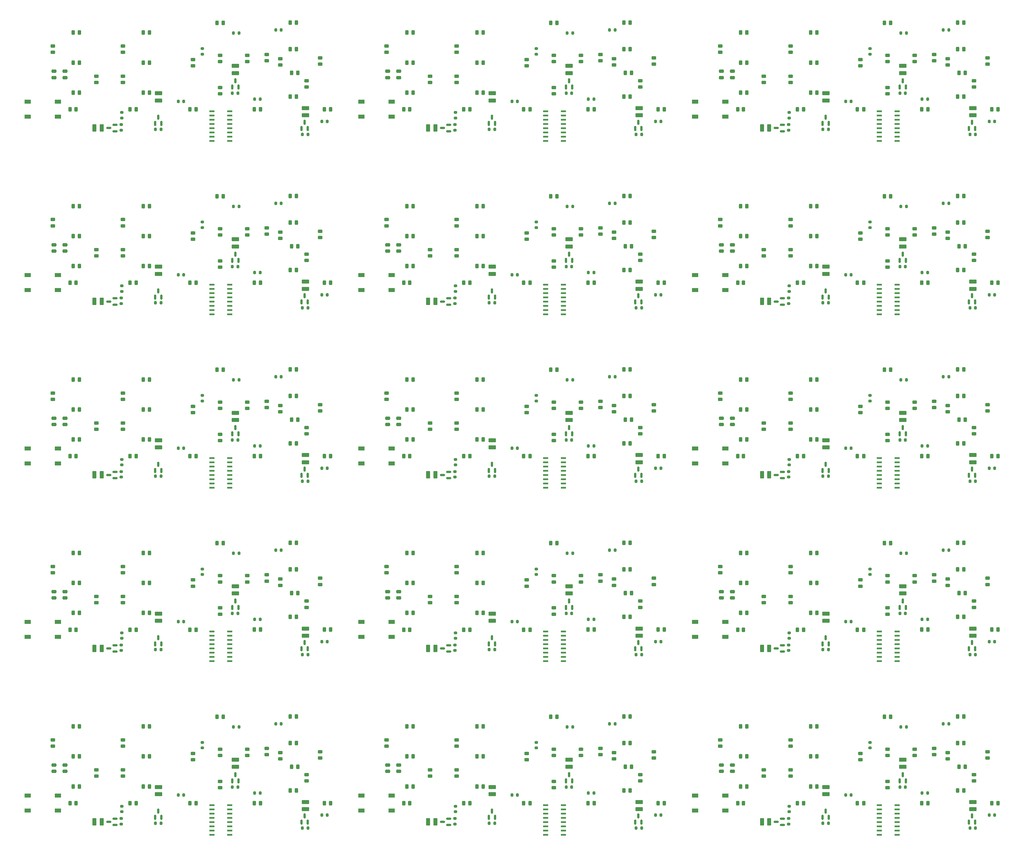
<source format=gtp>
%TF.GenerationSoftware,KiCad,Pcbnew,7.0.1-3b83917a11~171~ubuntu20.04.1*%
%TF.CreationDate,2023-10-26T02:31:41+02:00*%
%TF.ProjectId,panel_bottom,70616e65-6c5f-4626-9f74-746f6d2e6b69,rev?*%
%TF.SameCoordinates,Original*%
%TF.FileFunction,Paste,Top*%
%TF.FilePolarity,Positive*%
%FSLAX46Y46*%
G04 Gerber Fmt 4.6, Leading zero omitted, Abs format (unit mm)*
G04 Created by KiCad (PCBNEW 7.0.1-3b83917a11~171~ubuntu20.04.1) date 2023-10-26 02:31:41*
%MOMM*%
%LPD*%
G01*
G04 APERTURE LIST*
G04 Aperture macros list*
%AMRoundRect*
0 Rectangle with rounded corners*
0 $1 Rounding radius*
0 $2 $3 $4 $5 $6 $7 $8 $9 X,Y pos of 4 corners*
0 Add a 4 corners polygon primitive as box body*
4,1,4,$2,$3,$4,$5,$6,$7,$8,$9,$2,$3,0*
0 Add four circle primitives for the rounded corners*
1,1,$1+$1,$2,$3*
1,1,$1+$1,$4,$5*
1,1,$1+$1,$6,$7*
1,1,$1+$1,$8,$9*
0 Add four rect primitives between the rounded corners*
20,1,$1+$1,$2,$3,$4,$5,0*
20,1,$1+$1,$4,$5,$6,$7,0*
20,1,$1+$1,$6,$7,$8,$9,0*
20,1,$1+$1,$8,$9,$2,$3,0*%
G04 Aperture macros list end*
%ADD10RoundRect,0.243750X0.456250X-0.243750X0.456250X0.243750X-0.456250X0.243750X-0.456250X-0.243750X0*%
%ADD11RoundRect,0.250000X0.850000X-0.375000X0.850000X0.375000X-0.850000X0.375000X-0.850000X-0.375000X0*%
%ADD12RoundRect,0.243750X-0.243750X-0.456250X0.243750X-0.456250X0.243750X0.456250X-0.243750X0.456250X0*%
%ADD13RoundRect,0.150000X0.150000X-0.587500X0.150000X0.587500X-0.150000X0.587500X-0.150000X-0.587500X0*%
%ADD14RoundRect,0.243750X0.243750X0.456250X-0.243750X0.456250X-0.243750X-0.456250X0.243750X-0.456250X0*%
%ADD15RoundRect,0.243750X-0.456250X0.243750X-0.456250X-0.243750X0.456250X-0.243750X0.456250X0.243750X0*%
%ADD16RoundRect,0.200000X0.275000X-0.200000X0.275000X0.200000X-0.275000X0.200000X-0.275000X-0.200000X0*%
%ADD17RoundRect,0.200000X0.200000X0.275000X-0.200000X0.275000X-0.200000X-0.275000X0.200000X-0.275000X0*%
%ADD18RoundRect,0.250000X-0.475000X0.250000X-0.475000X-0.250000X0.475000X-0.250000X0.475000X0.250000X0*%
%ADD19R,1.900000X1.300000*%
%ADD20RoundRect,0.200000X-0.275000X0.200000X-0.275000X-0.200000X0.275000X-0.200000X0.275000X0.200000X0*%
%ADD21RoundRect,0.250000X0.375000X0.850000X-0.375000X0.850000X-0.375000X-0.850000X0.375000X-0.850000X0*%
%ADD22RoundRect,0.137500X-0.662500X-0.137500X0.662500X-0.137500X0.662500X0.137500X-0.662500X0.137500X0*%
%ADD23RoundRect,0.150000X0.587500X0.150000X-0.587500X0.150000X-0.587500X-0.150000X0.587500X-0.150000X0*%
%ADD24RoundRect,0.200000X-0.200000X-0.275000X0.200000X-0.275000X0.200000X0.275000X-0.200000X0.275000X0*%
G04 APERTURE END LIST*
D10*
%TO.C,D21*%
X60792000Y-42695500D03*
X60792000Y-40820500D03*
%TD*%
%TO.C,D21*%
X160792000Y-42695500D03*
X160792000Y-40820500D03*
%TD*%
%TO.C,D21*%
X260792000Y-42695500D03*
X260792000Y-40820500D03*
%TD*%
%TO.C,D21*%
X60792000Y-94695500D03*
X60792000Y-92820500D03*
%TD*%
%TO.C,D21*%
X160792000Y-94695500D03*
X160792000Y-92820500D03*
%TD*%
%TO.C,D21*%
X260792000Y-94695500D03*
X260792000Y-92820500D03*
%TD*%
%TO.C,D21*%
X60792000Y-146695500D03*
X60792000Y-144820500D03*
%TD*%
%TO.C,D21*%
X160792000Y-146695500D03*
X160792000Y-144820500D03*
%TD*%
%TO.C,D21*%
X260792000Y-146695500D03*
X260792000Y-144820500D03*
%TD*%
%TO.C,D21*%
X60792000Y-198695500D03*
X60792000Y-196820500D03*
%TD*%
%TO.C,D21*%
X160792000Y-198695500D03*
X160792000Y-196820500D03*
%TD*%
%TO.C,D21*%
X260792000Y-198695500D03*
X260792000Y-196820500D03*
%TD*%
%TO.C,D21*%
X60792000Y-250695500D03*
X60792000Y-248820500D03*
%TD*%
%TO.C,D21*%
X160792000Y-250695500D03*
X160792000Y-248820500D03*
%TD*%
%TO.C,D21*%
X260792000Y-250695500D03*
X260792000Y-248820500D03*
%TD*%
D11*
%TO.C,L2*%
X86354000Y-58811000D03*
X86354000Y-56661000D03*
%TD*%
%TO.C,L2*%
X186354000Y-58811000D03*
X186354000Y-56661000D03*
%TD*%
%TO.C,L2*%
X286354000Y-58811000D03*
X286354000Y-56661000D03*
%TD*%
%TO.C,L2*%
X86354000Y-110811000D03*
X86354000Y-108661000D03*
%TD*%
%TO.C,L2*%
X186354000Y-110811000D03*
X186354000Y-108661000D03*
%TD*%
%TO.C,L2*%
X286354000Y-110811000D03*
X286354000Y-108661000D03*
%TD*%
%TO.C,L2*%
X86354000Y-162811000D03*
X86354000Y-160661000D03*
%TD*%
%TO.C,L2*%
X186354000Y-162811000D03*
X186354000Y-160661000D03*
%TD*%
%TO.C,L2*%
X286354000Y-162811000D03*
X286354000Y-160661000D03*
%TD*%
%TO.C,L2*%
X86354000Y-214811000D03*
X86354000Y-212661000D03*
%TD*%
%TO.C,L2*%
X186354000Y-214811000D03*
X186354000Y-212661000D03*
%TD*%
%TO.C,L2*%
X286354000Y-214811000D03*
X286354000Y-212661000D03*
%TD*%
%TO.C,L2*%
X86354000Y-266811000D03*
X86354000Y-264661000D03*
%TD*%
%TO.C,L2*%
X186354000Y-266811000D03*
X186354000Y-264661000D03*
%TD*%
%TO.C,L2*%
X286354000Y-266811000D03*
X286354000Y-264661000D03*
%TD*%
D12*
%TO.C,D22*%
X92034000Y-56998000D03*
X93909000Y-56998000D03*
%TD*%
%TO.C,D22*%
X192034000Y-56998000D03*
X193909000Y-56998000D03*
%TD*%
%TO.C,D22*%
X292034000Y-56998000D03*
X293909000Y-56998000D03*
%TD*%
%TO.C,D22*%
X92034000Y-108998000D03*
X93909000Y-108998000D03*
%TD*%
%TO.C,D22*%
X192034000Y-108998000D03*
X193909000Y-108998000D03*
%TD*%
%TO.C,D22*%
X292034000Y-108998000D03*
X293909000Y-108998000D03*
%TD*%
%TO.C,D22*%
X92034000Y-160998000D03*
X93909000Y-160998000D03*
%TD*%
%TO.C,D22*%
X192034000Y-160998000D03*
X193909000Y-160998000D03*
%TD*%
%TO.C,D22*%
X292034000Y-160998000D03*
X293909000Y-160998000D03*
%TD*%
%TO.C,D22*%
X92034000Y-212998000D03*
X93909000Y-212998000D03*
%TD*%
%TO.C,D22*%
X192034000Y-212998000D03*
X193909000Y-212998000D03*
%TD*%
%TO.C,D22*%
X292034000Y-212998000D03*
X293909000Y-212998000D03*
%TD*%
%TO.C,D22*%
X92034000Y-264998000D03*
X93909000Y-264998000D03*
%TD*%
%TO.C,D22*%
X192034000Y-264998000D03*
X193909000Y-264998000D03*
%TD*%
%TO.C,D22*%
X292034000Y-264998000D03*
X293909000Y-264998000D03*
%TD*%
D11*
%TO.C,L5*%
X42300000Y-54350000D03*
X42300000Y-52200000D03*
%TD*%
%TO.C,L5*%
X142300000Y-54350000D03*
X142300000Y-52200000D03*
%TD*%
%TO.C,L5*%
X242300000Y-54350000D03*
X242300000Y-52200000D03*
%TD*%
%TO.C,L5*%
X42300000Y-106350000D03*
X42300000Y-104200000D03*
%TD*%
%TO.C,L5*%
X142300000Y-106350000D03*
X142300000Y-104200000D03*
%TD*%
%TO.C,L5*%
X242300000Y-106350000D03*
X242300000Y-104200000D03*
%TD*%
%TO.C,L5*%
X42300000Y-158350000D03*
X42300000Y-156200000D03*
%TD*%
%TO.C,L5*%
X142300000Y-158350000D03*
X142300000Y-156200000D03*
%TD*%
%TO.C,L5*%
X242300000Y-158350000D03*
X242300000Y-156200000D03*
%TD*%
%TO.C,L5*%
X42300000Y-210350000D03*
X42300000Y-208200000D03*
%TD*%
%TO.C,L5*%
X142300000Y-210350000D03*
X142300000Y-208200000D03*
%TD*%
%TO.C,L5*%
X242300000Y-210350000D03*
X242300000Y-208200000D03*
%TD*%
%TO.C,L5*%
X42300000Y-262350000D03*
X42300000Y-260200000D03*
%TD*%
%TO.C,L5*%
X142300000Y-262350000D03*
X142300000Y-260200000D03*
%TD*%
%TO.C,L5*%
X242300000Y-262350000D03*
X242300000Y-260200000D03*
%TD*%
D13*
%TO.C,Q2*%
X41300000Y-61275000D03*
X43200000Y-61275000D03*
X42250000Y-59400000D03*
%TD*%
%TO.C,Q2*%
X141300000Y-61275000D03*
X143200000Y-61275000D03*
X142250000Y-59400000D03*
%TD*%
%TO.C,Q2*%
X241300000Y-61275000D03*
X243200000Y-61275000D03*
X242250000Y-59400000D03*
%TD*%
%TO.C,Q2*%
X41300000Y-113275000D03*
X43200000Y-113275000D03*
X42250000Y-111400000D03*
%TD*%
%TO.C,Q2*%
X141300000Y-113275000D03*
X143200000Y-113275000D03*
X142250000Y-111400000D03*
%TD*%
%TO.C,Q2*%
X241300000Y-113275000D03*
X243200000Y-113275000D03*
X242250000Y-111400000D03*
%TD*%
%TO.C,Q2*%
X41300000Y-165275000D03*
X43200000Y-165275000D03*
X42250000Y-163400000D03*
%TD*%
%TO.C,Q2*%
X141300000Y-165275000D03*
X143200000Y-165275000D03*
X142250000Y-163400000D03*
%TD*%
%TO.C,Q2*%
X241300000Y-165275000D03*
X243200000Y-165275000D03*
X242250000Y-163400000D03*
%TD*%
%TO.C,Q2*%
X41300000Y-217275000D03*
X43200000Y-217275000D03*
X42250000Y-215400000D03*
%TD*%
%TO.C,Q2*%
X141300000Y-217275000D03*
X143200000Y-217275000D03*
X142250000Y-215400000D03*
%TD*%
%TO.C,Q2*%
X241300000Y-217275000D03*
X243200000Y-217275000D03*
X242250000Y-215400000D03*
%TD*%
%TO.C,Q2*%
X41300000Y-269275000D03*
X43200000Y-269275000D03*
X42250000Y-267400000D03*
%TD*%
%TO.C,Q2*%
X141300000Y-269275000D03*
X143200000Y-269275000D03*
X142250000Y-267400000D03*
%TD*%
%TO.C,Q2*%
X241300000Y-269275000D03*
X243200000Y-269275000D03*
X242250000Y-267400000D03*
%TD*%
D12*
%TO.C,D5*%
X16762500Y-52000000D03*
X18637500Y-52000000D03*
%TD*%
%TO.C,D5*%
X116762500Y-52000000D03*
X118637500Y-52000000D03*
%TD*%
%TO.C,D5*%
X216762500Y-52000000D03*
X218637500Y-52000000D03*
%TD*%
%TO.C,D5*%
X16762500Y-104000000D03*
X18637500Y-104000000D03*
%TD*%
%TO.C,D5*%
X116762500Y-104000000D03*
X118637500Y-104000000D03*
%TD*%
%TO.C,D5*%
X216762500Y-104000000D03*
X218637500Y-104000000D03*
%TD*%
%TO.C,D5*%
X16762500Y-156000000D03*
X18637500Y-156000000D03*
%TD*%
%TO.C,D5*%
X116762500Y-156000000D03*
X118637500Y-156000000D03*
%TD*%
%TO.C,D5*%
X216762500Y-156000000D03*
X218637500Y-156000000D03*
%TD*%
%TO.C,D5*%
X16762500Y-208000000D03*
X18637500Y-208000000D03*
%TD*%
%TO.C,D5*%
X116762500Y-208000000D03*
X118637500Y-208000000D03*
%TD*%
%TO.C,D5*%
X216762500Y-208000000D03*
X218637500Y-208000000D03*
%TD*%
%TO.C,D5*%
X16762500Y-260000000D03*
X18637500Y-260000000D03*
%TD*%
%TO.C,D5*%
X116762500Y-260000000D03*
X118637500Y-260000000D03*
%TD*%
%TO.C,D5*%
X216762500Y-260000000D03*
X218637500Y-260000000D03*
%TD*%
D14*
%TO.C,D13*%
X35637500Y-57000000D03*
X33762500Y-57000000D03*
%TD*%
%TO.C,D13*%
X135637500Y-57000000D03*
X133762500Y-57000000D03*
%TD*%
%TO.C,D13*%
X235637500Y-57000000D03*
X233762500Y-57000000D03*
%TD*%
%TO.C,D13*%
X35637500Y-109000000D03*
X33762500Y-109000000D03*
%TD*%
%TO.C,D13*%
X135637500Y-109000000D03*
X133762500Y-109000000D03*
%TD*%
%TO.C,D13*%
X235637500Y-109000000D03*
X233762500Y-109000000D03*
%TD*%
%TO.C,D13*%
X35637500Y-161000000D03*
X33762500Y-161000000D03*
%TD*%
%TO.C,D13*%
X135637500Y-161000000D03*
X133762500Y-161000000D03*
%TD*%
%TO.C,D13*%
X235637500Y-161000000D03*
X233762500Y-161000000D03*
%TD*%
%TO.C,D13*%
X35637500Y-213000000D03*
X33762500Y-213000000D03*
%TD*%
%TO.C,D13*%
X135637500Y-213000000D03*
X133762500Y-213000000D03*
%TD*%
%TO.C,D13*%
X235637500Y-213000000D03*
X233762500Y-213000000D03*
%TD*%
%TO.C,D13*%
X35637500Y-265000000D03*
X33762500Y-265000000D03*
%TD*%
%TO.C,D13*%
X135637500Y-265000000D03*
X133762500Y-265000000D03*
%TD*%
%TO.C,D13*%
X235637500Y-265000000D03*
X233762500Y-265000000D03*
%TD*%
D10*
%TO.C,D26*%
X78826000Y-43711500D03*
X78826000Y-41836500D03*
%TD*%
%TO.C,D26*%
X178826000Y-43711500D03*
X178826000Y-41836500D03*
%TD*%
%TO.C,D26*%
X278826000Y-43711500D03*
X278826000Y-41836500D03*
%TD*%
%TO.C,D26*%
X78826000Y-95711500D03*
X78826000Y-93836500D03*
%TD*%
%TO.C,D26*%
X178826000Y-95711500D03*
X178826000Y-93836500D03*
%TD*%
%TO.C,D26*%
X278826000Y-95711500D03*
X278826000Y-93836500D03*
%TD*%
%TO.C,D26*%
X78826000Y-147711500D03*
X78826000Y-145836500D03*
%TD*%
%TO.C,D26*%
X178826000Y-147711500D03*
X178826000Y-145836500D03*
%TD*%
%TO.C,D26*%
X278826000Y-147711500D03*
X278826000Y-145836500D03*
%TD*%
%TO.C,D26*%
X78826000Y-199711500D03*
X78826000Y-197836500D03*
%TD*%
%TO.C,D26*%
X178826000Y-199711500D03*
X178826000Y-197836500D03*
%TD*%
%TO.C,D26*%
X278826000Y-199711500D03*
X278826000Y-197836500D03*
%TD*%
%TO.C,D26*%
X78826000Y-251711500D03*
X78826000Y-249836500D03*
%TD*%
%TO.C,D26*%
X178826000Y-251711500D03*
X178826000Y-249836500D03*
%TD*%
%TO.C,D26*%
X278826000Y-251711500D03*
X278826000Y-249836500D03*
%TD*%
D12*
%TO.C,D1*%
X16762500Y-34000000D03*
X18637500Y-34000000D03*
%TD*%
%TO.C,D1*%
X116762500Y-34000000D03*
X118637500Y-34000000D03*
%TD*%
%TO.C,D1*%
X216762500Y-34000000D03*
X218637500Y-34000000D03*
%TD*%
%TO.C,D1*%
X16762500Y-86000000D03*
X18637500Y-86000000D03*
%TD*%
%TO.C,D1*%
X116762500Y-86000000D03*
X118637500Y-86000000D03*
%TD*%
%TO.C,D1*%
X216762500Y-86000000D03*
X218637500Y-86000000D03*
%TD*%
%TO.C,D1*%
X16762500Y-138000000D03*
X18637500Y-138000000D03*
%TD*%
%TO.C,D1*%
X116762500Y-138000000D03*
X118637500Y-138000000D03*
%TD*%
%TO.C,D1*%
X216762500Y-138000000D03*
X218637500Y-138000000D03*
%TD*%
%TO.C,D1*%
X16762500Y-190000000D03*
X18637500Y-190000000D03*
%TD*%
%TO.C,D1*%
X116762500Y-190000000D03*
X118637500Y-190000000D03*
%TD*%
%TO.C,D1*%
X216762500Y-190000000D03*
X218637500Y-190000000D03*
%TD*%
%TO.C,D1*%
X16762500Y-242000000D03*
X18637500Y-242000000D03*
%TD*%
%TO.C,D1*%
X116762500Y-242000000D03*
X118637500Y-242000000D03*
%TD*%
%TO.C,D1*%
X216762500Y-242000000D03*
X218637500Y-242000000D03*
%TD*%
D15*
%TO.C,D2*%
X10700000Y-38062500D03*
X10700000Y-39937500D03*
%TD*%
%TO.C,D2*%
X110700000Y-38062500D03*
X110700000Y-39937500D03*
%TD*%
%TO.C,D2*%
X210700000Y-38062500D03*
X210700000Y-39937500D03*
%TD*%
%TO.C,D2*%
X10700000Y-90062500D03*
X10700000Y-91937500D03*
%TD*%
%TO.C,D2*%
X110700000Y-90062500D03*
X110700000Y-91937500D03*
%TD*%
%TO.C,D2*%
X210700000Y-90062500D03*
X210700000Y-91937500D03*
%TD*%
%TO.C,D2*%
X10700000Y-142062500D03*
X10700000Y-143937500D03*
%TD*%
%TO.C,D2*%
X110700000Y-142062500D03*
X110700000Y-143937500D03*
%TD*%
%TO.C,D2*%
X210700000Y-142062500D03*
X210700000Y-143937500D03*
%TD*%
%TO.C,D2*%
X10700000Y-194062500D03*
X10700000Y-195937500D03*
%TD*%
%TO.C,D2*%
X110700000Y-194062500D03*
X110700000Y-195937500D03*
%TD*%
%TO.C,D2*%
X210700000Y-194062500D03*
X210700000Y-195937500D03*
%TD*%
%TO.C,D2*%
X10700000Y-246062500D03*
X10700000Y-247937500D03*
%TD*%
%TO.C,D2*%
X110700000Y-246062500D03*
X110700000Y-247937500D03*
%TD*%
%TO.C,D2*%
X210700000Y-246062500D03*
X210700000Y-247937500D03*
%TD*%
D16*
%TO.C,R8*%
X55500000Y-40450000D03*
X55500000Y-38800000D03*
%TD*%
%TO.C,R8*%
X155500000Y-40450000D03*
X155500000Y-38800000D03*
%TD*%
%TO.C,R8*%
X255500000Y-40450000D03*
X255500000Y-38800000D03*
%TD*%
%TO.C,R8*%
X55500000Y-92450000D03*
X55500000Y-90800000D03*
%TD*%
%TO.C,R8*%
X155500000Y-92450000D03*
X155500000Y-90800000D03*
%TD*%
%TO.C,R8*%
X255500000Y-92450000D03*
X255500000Y-90800000D03*
%TD*%
%TO.C,R8*%
X55500000Y-144450000D03*
X55500000Y-142800000D03*
%TD*%
%TO.C,R8*%
X155500000Y-144450000D03*
X155500000Y-142800000D03*
%TD*%
%TO.C,R8*%
X255500000Y-144450000D03*
X255500000Y-142800000D03*
%TD*%
%TO.C,R8*%
X55500000Y-196450000D03*
X55500000Y-194800000D03*
%TD*%
%TO.C,R8*%
X155500000Y-196450000D03*
X155500000Y-194800000D03*
%TD*%
%TO.C,R8*%
X255500000Y-196450000D03*
X255500000Y-194800000D03*
%TD*%
%TO.C,R8*%
X55500000Y-248450000D03*
X55500000Y-246800000D03*
%TD*%
%TO.C,R8*%
X155500000Y-248450000D03*
X155500000Y-246800000D03*
%TD*%
%TO.C,R8*%
X255500000Y-248450000D03*
X255500000Y-246800000D03*
%TD*%
D12*
%TO.C,D10*%
X37762500Y-52000000D03*
X39637500Y-52000000D03*
%TD*%
%TO.C,D10*%
X137762500Y-52000000D03*
X139637500Y-52000000D03*
%TD*%
%TO.C,D10*%
X237762500Y-52000000D03*
X239637500Y-52000000D03*
%TD*%
%TO.C,D10*%
X37762500Y-104000000D03*
X39637500Y-104000000D03*
%TD*%
%TO.C,D10*%
X137762500Y-104000000D03*
X139637500Y-104000000D03*
%TD*%
%TO.C,D10*%
X237762500Y-104000000D03*
X239637500Y-104000000D03*
%TD*%
%TO.C,D10*%
X37762500Y-156000000D03*
X39637500Y-156000000D03*
%TD*%
%TO.C,D10*%
X137762500Y-156000000D03*
X139637500Y-156000000D03*
%TD*%
%TO.C,D10*%
X237762500Y-156000000D03*
X239637500Y-156000000D03*
%TD*%
%TO.C,D10*%
X37762500Y-208000000D03*
X39637500Y-208000000D03*
%TD*%
%TO.C,D10*%
X137762500Y-208000000D03*
X139637500Y-208000000D03*
%TD*%
%TO.C,D10*%
X237762500Y-208000000D03*
X239637500Y-208000000D03*
%TD*%
%TO.C,D10*%
X37762500Y-260000000D03*
X39637500Y-260000000D03*
%TD*%
%TO.C,D10*%
X137762500Y-260000000D03*
X139637500Y-260000000D03*
%TD*%
%TO.C,D10*%
X237762500Y-260000000D03*
X239637500Y-260000000D03*
%TD*%
D17*
%TO.C,R12*%
X92900000Y-268600000D03*
X91250000Y-268600000D03*
%TD*%
%TO.C,R12*%
X92900000Y-60600000D03*
X91250000Y-60600000D03*
%TD*%
%TO.C,R12*%
X192900000Y-60600000D03*
X191250000Y-60600000D03*
%TD*%
%TO.C,R12*%
X292900000Y-60600000D03*
X291250000Y-60600000D03*
%TD*%
%TO.C,R12*%
X92900000Y-112600000D03*
X91250000Y-112600000D03*
%TD*%
%TO.C,R12*%
X192900000Y-112600000D03*
X191250000Y-112600000D03*
%TD*%
%TO.C,R12*%
X292900000Y-112600000D03*
X291250000Y-112600000D03*
%TD*%
%TO.C,R12*%
X92900000Y-164600000D03*
X91250000Y-164600000D03*
%TD*%
%TO.C,R12*%
X192900000Y-164600000D03*
X191250000Y-164600000D03*
%TD*%
%TO.C,R12*%
X292900000Y-164600000D03*
X291250000Y-164600000D03*
%TD*%
%TO.C,R12*%
X92900000Y-216600000D03*
X91250000Y-216600000D03*
%TD*%
%TO.C,R12*%
X192900000Y-216600000D03*
X191250000Y-216600000D03*
%TD*%
%TO.C,R12*%
X292900000Y-216600000D03*
X291250000Y-216600000D03*
%TD*%
%TO.C,R12*%
X192900000Y-268600000D03*
X191250000Y-268600000D03*
%TD*%
%TO.C,R12*%
X292900000Y-268600000D03*
X291250000Y-268600000D03*
%TD*%
D12*
%TO.C,D15*%
X59854500Y-31090000D03*
X61729500Y-31090000D03*
%TD*%
%TO.C,D15*%
X159854500Y-31090000D03*
X161729500Y-31090000D03*
%TD*%
%TO.C,D15*%
X259854500Y-31090000D03*
X261729500Y-31090000D03*
%TD*%
%TO.C,D15*%
X59854500Y-83090000D03*
X61729500Y-83090000D03*
%TD*%
%TO.C,D15*%
X159854500Y-83090000D03*
X161729500Y-83090000D03*
%TD*%
%TO.C,D15*%
X259854500Y-83090000D03*
X261729500Y-83090000D03*
%TD*%
%TO.C,D15*%
X59854500Y-135090000D03*
X61729500Y-135090000D03*
%TD*%
%TO.C,D15*%
X159854500Y-135090000D03*
X161729500Y-135090000D03*
%TD*%
%TO.C,D15*%
X259854500Y-135090000D03*
X261729500Y-135090000D03*
%TD*%
%TO.C,D15*%
X59854500Y-187090000D03*
X61729500Y-187090000D03*
%TD*%
%TO.C,D15*%
X159854500Y-187090000D03*
X161729500Y-187090000D03*
%TD*%
%TO.C,D15*%
X259854500Y-187090000D03*
X261729500Y-187090000D03*
%TD*%
%TO.C,D15*%
X59854500Y-239090000D03*
X61729500Y-239090000D03*
%TD*%
%TO.C,D15*%
X159854500Y-239090000D03*
X161729500Y-239090000D03*
%TD*%
%TO.C,D15*%
X259854500Y-239090000D03*
X261729500Y-239090000D03*
%TD*%
%TO.C,D14*%
X51762500Y-57000000D03*
X53637500Y-57000000D03*
%TD*%
%TO.C,D14*%
X151762500Y-57000000D03*
X153637500Y-57000000D03*
%TD*%
%TO.C,D14*%
X251762500Y-57000000D03*
X253637500Y-57000000D03*
%TD*%
%TO.C,D14*%
X51762500Y-109000000D03*
X53637500Y-109000000D03*
%TD*%
%TO.C,D14*%
X151762500Y-109000000D03*
X153637500Y-109000000D03*
%TD*%
%TO.C,D14*%
X251762500Y-109000000D03*
X253637500Y-109000000D03*
%TD*%
%TO.C,D14*%
X51762500Y-161000000D03*
X53637500Y-161000000D03*
%TD*%
%TO.C,D14*%
X151762500Y-161000000D03*
X153637500Y-161000000D03*
%TD*%
%TO.C,D14*%
X251762500Y-161000000D03*
X253637500Y-161000000D03*
%TD*%
%TO.C,D14*%
X51762500Y-213000000D03*
X53637500Y-213000000D03*
%TD*%
%TO.C,D14*%
X151762500Y-213000000D03*
X153637500Y-213000000D03*
%TD*%
%TO.C,D14*%
X251762500Y-213000000D03*
X253637500Y-213000000D03*
%TD*%
%TO.C,D14*%
X51762500Y-265000000D03*
X53637500Y-265000000D03*
%TD*%
%TO.C,D14*%
X151762500Y-265000000D03*
X153637500Y-265000000D03*
%TD*%
%TO.C,D14*%
X251762500Y-265000000D03*
X253637500Y-265000000D03*
%TD*%
D18*
%TO.C,C3*%
X11008000Y-45600000D03*
X11008000Y-47500000D03*
%TD*%
%TO.C,C3*%
X111008000Y-45600000D03*
X111008000Y-47500000D03*
%TD*%
%TO.C,C3*%
X211008000Y-45600000D03*
X211008000Y-47500000D03*
%TD*%
%TO.C,C3*%
X11008000Y-97600000D03*
X11008000Y-99500000D03*
%TD*%
%TO.C,C3*%
X111008000Y-97600000D03*
X111008000Y-99500000D03*
%TD*%
%TO.C,C3*%
X211008000Y-97600000D03*
X211008000Y-99500000D03*
%TD*%
%TO.C,C3*%
X11008000Y-149600000D03*
X11008000Y-151500000D03*
%TD*%
%TO.C,C3*%
X111008000Y-149600000D03*
X111008000Y-151500000D03*
%TD*%
%TO.C,C3*%
X211008000Y-149600000D03*
X211008000Y-151500000D03*
%TD*%
%TO.C,C3*%
X11008000Y-201600000D03*
X11008000Y-203500000D03*
%TD*%
%TO.C,C3*%
X111008000Y-201600000D03*
X111008000Y-203500000D03*
%TD*%
%TO.C,C3*%
X211008000Y-201600000D03*
X211008000Y-203500000D03*
%TD*%
%TO.C,C3*%
X11008000Y-253600000D03*
X11008000Y-255500000D03*
%TD*%
%TO.C,C3*%
X111008000Y-253600000D03*
X111008000Y-255500000D03*
%TD*%
%TO.C,C3*%
X211008000Y-253600000D03*
X211008000Y-255500000D03*
%TD*%
D12*
%TO.C,D11*%
X15866500Y-57002000D03*
X17637500Y-57000000D03*
%TD*%
%TO.C,D11*%
X115866500Y-57002000D03*
X117637500Y-57000000D03*
%TD*%
%TO.C,D11*%
X215866500Y-57002000D03*
X217637500Y-57000000D03*
%TD*%
%TO.C,D11*%
X15866500Y-109002000D03*
X17637500Y-109000000D03*
%TD*%
%TO.C,D11*%
X115866500Y-109002000D03*
X117637500Y-109000000D03*
%TD*%
%TO.C,D11*%
X215866500Y-109002000D03*
X217637500Y-109000000D03*
%TD*%
%TO.C,D11*%
X15866500Y-161002000D03*
X17637500Y-161000000D03*
%TD*%
%TO.C,D11*%
X115866500Y-161002000D03*
X117637500Y-161000000D03*
%TD*%
%TO.C,D11*%
X215866500Y-161002000D03*
X217637500Y-161000000D03*
%TD*%
%TO.C,D11*%
X15866500Y-213002000D03*
X17637500Y-213000000D03*
%TD*%
%TO.C,D11*%
X115866500Y-213002000D03*
X117637500Y-213000000D03*
%TD*%
%TO.C,D11*%
X215866500Y-213002000D03*
X217637500Y-213000000D03*
%TD*%
%TO.C,D11*%
X15866500Y-265002000D03*
X17637500Y-265000000D03*
%TD*%
%TO.C,D11*%
X115866500Y-265002000D03*
X117637500Y-265000000D03*
%TD*%
%TO.C,D11*%
X215866500Y-265002000D03*
X217637500Y-265000000D03*
%TD*%
D19*
%TO.C,SW1*%
X3100000Y-59200000D03*
X12200000Y-59200000D03*
X3100000Y-54700000D03*
X12200000Y-54700000D03*
%TD*%
%TO.C,SW1*%
X103100000Y-59200000D03*
X112200000Y-59200000D03*
X103100000Y-54700000D03*
X112200000Y-54700000D03*
%TD*%
%TO.C,SW1*%
X203100000Y-59200000D03*
X212200000Y-59200000D03*
X203100000Y-54700000D03*
X212200000Y-54700000D03*
%TD*%
%TO.C,SW1*%
X3100000Y-111200000D03*
X12200000Y-111200000D03*
X3100000Y-106700000D03*
X12200000Y-106700000D03*
%TD*%
%TO.C,SW1*%
X103100000Y-111200000D03*
X112200000Y-111200000D03*
X103100000Y-106700000D03*
X112200000Y-106700000D03*
%TD*%
%TO.C,SW1*%
X203100000Y-111200000D03*
X212200000Y-111200000D03*
X203100000Y-106700000D03*
X212200000Y-106700000D03*
%TD*%
%TO.C,SW1*%
X3100000Y-163200000D03*
X12200000Y-163200000D03*
X3100000Y-158700000D03*
X12200000Y-158700000D03*
%TD*%
%TO.C,SW1*%
X103100000Y-163200000D03*
X112200000Y-163200000D03*
X103100000Y-158700000D03*
X112200000Y-158700000D03*
%TD*%
%TO.C,SW1*%
X203100000Y-163200000D03*
X212200000Y-163200000D03*
X203100000Y-158700000D03*
X212200000Y-158700000D03*
%TD*%
%TO.C,SW1*%
X3100000Y-215200000D03*
X12200000Y-215200000D03*
X3100000Y-210700000D03*
X12200000Y-210700000D03*
%TD*%
%TO.C,SW1*%
X103100000Y-215200000D03*
X112200000Y-215200000D03*
X103100000Y-210700000D03*
X112200000Y-210700000D03*
%TD*%
%TO.C,SW1*%
X203100000Y-215200000D03*
X212200000Y-215200000D03*
X203100000Y-210700000D03*
X212200000Y-210700000D03*
%TD*%
%TO.C,SW1*%
X3100000Y-267200000D03*
X12200000Y-267200000D03*
X3100000Y-262700000D03*
X12200000Y-262700000D03*
%TD*%
%TO.C,SW1*%
X103100000Y-267200000D03*
X112200000Y-267200000D03*
X103100000Y-262700000D03*
X112200000Y-262700000D03*
%TD*%
%TO.C,SW1*%
X203100000Y-267200000D03*
X212200000Y-267200000D03*
X203100000Y-262700000D03*
X212200000Y-262700000D03*
%TD*%
D13*
%TO.C,Q3*%
X264414000Y-206315500D03*
X266314000Y-206315500D03*
X265364000Y-204440500D03*
%TD*%
%TO.C,Q3*%
X64414000Y-258315500D03*
X66314000Y-258315500D03*
X65364000Y-256440500D03*
%TD*%
%TO.C,Q3*%
X164414000Y-258315500D03*
X166314000Y-258315500D03*
X165364000Y-256440500D03*
%TD*%
%TO.C,Q3*%
X264414000Y-258315500D03*
X266314000Y-258315500D03*
X265364000Y-256440500D03*
%TD*%
%TO.C,Q3*%
X64414000Y-50315500D03*
X66314000Y-50315500D03*
X65364000Y-48440500D03*
%TD*%
%TO.C,Q3*%
X164414000Y-50315500D03*
X166314000Y-50315500D03*
X165364000Y-48440500D03*
%TD*%
%TO.C,Q3*%
X264414000Y-50315500D03*
X266314000Y-50315500D03*
X265364000Y-48440500D03*
%TD*%
%TO.C,Q3*%
X64414000Y-102315500D03*
X66314000Y-102315500D03*
X65364000Y-100440500D03*
%TD*%
%TO.C,Q3*%
X164414000Y-102315500D03*
X166314000Y-102315500D03*
X165364000Y-100440500D03*
%TD*%
%TO.C,Q3*%
X264414000Y-102315500D03*
X266314000Y-102315500D03*
X265364000Y-100440500D03*
%TD*%
%TO.C,Q3*%
X64414000Y-154315500D03*
X66314000Y-154315500D03*
X65364000Y-152440500D03*
%TD*%
%TO.C,Q3*%
X164414000Y-154315500D03*
X166314000Y-154315500D03*
X165364000Y-152440500D03*
%TD*%
%TO.C,Q3*%
X264414000Y-154315500D03*
X266314000Y-154315500D03*
X265364000Y-152440500D03*
%TD*%
%TO.C,Q3*%
X64414000Y-206315500D03*
X66314000Y-206315500D03*
X65364000Y-204440500D03*
%TD*%
%TO.C,Q3*%
X164414000Y-206315500D03*
X166314000Y-206315500D03*
X165364000Y-204440500D03*
%TD*%
D20*
%TO.C,R2*%
X31300000Y-57950000D03*
X31300000Y-59600000D03*
%TD*%
%TO.C,R2*%
X131300000Y-57950000D03*
X131300000Y-59600000D03*
%TD*%
%TO.C,R2*%
X231300000Y-57950000D03*
X231300000Y-59600000D03*
%TD*%
%TO.C,R2*%
X31300000Y-109950000D03*
X31300000Y-111600000D03*
%TD*%
%TO.C,R2*%
X131300000Y-109950000D03*
X131300000Y-111600000D03*
%TD*%
%TO.C,R2*%
X231300000Y-109950000D03*
X231300000Y-111600000D03*
%TD*%
%TO.C,R2*%
X31300000Y-161950000D03*
X31300000Y-163600000D03*
%TD*%
%TO.C,R2*%
X131300000Y-161950000D03*
X131300000Y-163600000D03*
%TD*%
%TO.C,R2*%
X231300000Y-161950000D03*
X231300000Y-163600000D03*
%TD*%
%TO.C,R2*%
X31300000Y-213950000D03*
X31300000Y-215600000D03*
%TD*%
%TO.C,R2*%
X131300000Y-213950000D03*
X131300000Y-215600000D03*
%TD*%
%TO.C,R2*%
X231300000Y-213950000D03*
X231300000Y-215600000D03*
%TD*%
%TO.C,R2*%
X31300000Y-265950000D03*
X31300000Y-267600000D03*
%TD*%
%TO.C,R2*%
X131300000Y-265950000D03*
X131300000Y-267600000D03*
%TD*%
%TO.C,R2*%
X231300000Y-265950000D03*
X231300000Y-267600000D03*
%TD*%
D21*
%TO.C,L4*%
X225300000Y-270600000D03*
X223150000Y-270600000D03*
%TD*%
%TO.C,L4*%
X25300000Y-62600000D03*
X23150000Y-62600000D03*
%TD*%
%TO.C,L4*%
X125300000Y-62600000D03*
X123150000Y-62600000D03*
%TD*%
%TO.C,L4*%
X225300000Y-62600000D03*
X223150000Y-62600000D03*
%TD*%
%TO.C,L4*%
X25300000Y-114600000D03*
X23150000Y-114600000D03*
%TD*%
%TO.C,L4*%
X125300000Y-114600000D03*
X123150000Y-114600000D03*
%TD*%
%TO.C,L4*%
X225300000Y-114600000D03*
X223150000Y-114600000D03*
%TD*%
%TO.C,L4*%
X25300000Y-166600000D03*
X23150000Y-166600000D03*
%TD*%
%TO.C,L4*%
X125300000Y-166600000D03*
X123150000Y-166600000D03*
%TD*%
%TO.C,L4*%
X225300000Y-166600000D03*
X223150000Y-166600000D03*
%TD*%
%TO.C,L4*%
X25300000Y-218600000D03*
X23150000Y-218600000D03*
%TD*%
%TO.C,L4*%
X125300000Y-218600000D03*
X123150000Y-218600000D03*
%TD*%
%TO.C,L4*%
X225300000Y-218600000D03*
X223150000Y-218600000D03*
%TD*%
%TO.C,L4*%
X25300000Y-270600000D03*
X23150000Y-270600000D03*
%TD*%
%TO.C,L4*%
X125300000Y-270600000D03*
X123150000Y-270600000D03*
%TD*%
D12*
%TO.C,D27*%
X82206500Y-46076000D03*
X84081500Y-46076000D03*
%TD*%
%TO.C,D27*%
X182206500Y-46076000D03*
X184081500Y-46076000D03*
%TD*%
%TO.C,D27*%
X282206500Y-46076000D03*
X284081500Y-46076000D03*
%TD*%
%TO.C,D27*%
X82206500Y-98076000D03*
X84081500Y-98076000D03*
%TD*%
%TO.C,D27*%
X182206500Y-98076000D03*
X184081500Y-98076000D03*
%TD*%
%TO.C,D27*%
X282206500Y-98076000D03*
X284081500Y-98076000D03*
%TD*%
%TO.C,D27*%
X82206500Y-150076000D03*
X84081500Y-150076000D03*
%TD*%
%TO.C,D27*%
X182206500Y-150076000D03*
X184081500Y-150076000D03*
%TD*%
%TO.C,D27*%
X282206500Y-150076000D03*
X284081500Y-150076000D03*
%TD*%
%TO.C,D27*%
X82206500Y-202076000D03*
X84081500Y-202076000D03*
%TD*%
%TO.C,D27*%
X182206500Y-202076000D03*
X184081500Y-202076000D03*
%TD*%
%TO.C,D27*%
X282206500Y-202076000D03*
X284081500Y-202076000D03*
%TD*%
%TO.C,D27*%
X82206500Y-254076000D03*
X84081500Y-254076000D03*
%TD*%
%TO.C,D27*%
X182206500Y-254076000D03*
X184081500Y-254076000D03*
%TD*%
%TO.C,D27*%
X282206500Y-254076000D03*
X284081500Y-254076000D03*
%TD*%
D13*
%TO.C,Q4*%
X85150000Y-62737500D03*
X87050000Y-62737500D03*
X86100000Y-60862500D03*
%TD*%
%TO.C,Q4*%
X185150000Y-62737500D03*
X187050000Y-62737500D03*
X186100000Y-60862500D03*
%TD*%
%TO.C,Q4*%
X285150000Y-62737500D03*
X287050000Y-62737500D03*
X286100000Y-60862500D03*
%TD*%
%TO.C,Q4*%
X85150000Y-114737500D03*
X87050000Y-114737500D03*
X86100000Y-112862500D03*
%TD*%
%TO.C,Q4*%
X185150000Y-114737500D03*
X187050000Y-114737500D03*
X186100000Y-112862500D03*
%TD*%
%TO.C,Q4*%
X285150000Y-114737500D03*
X287050000Y-114737500D03*
X286100000Y-112862500D03*
%TD*%
%TO.C,Q4*%
X85150000Y-166737500D03*
X87050000Y-166737500D03*
X86100000Y-164862500D03*
%TD*%
%TO.C,Q4*%
X185150000Y-166737500D03*
X187050000Y-166737500D03*
X186100000Y-164862500D03*
%TD*%
%TO.C,Q4*%
X285150000Y-166737500D03*
X287050000Y-166737500D03*
X286100000Y-164862500D03*
%TD*%
%TO.C,Q4*%
X85150000Y-218737500D03*
X87050000Y-218737500D03*
X86100000Y-216862500D03*
%TD*%
%TO.C,Q4*%
X185150000Y-218737500D03*
X187050000Y-218737500D03*
X186100000Y-216862500D03*
%TD*%
%TO.C,Q4*%
X285150000Y-218737500D03*
X287050000Y-218737500D03*
X286100000Y-216862500D03*
%TD*%
%TO.C,Q4*%
X85150000Y-270737500D03*
X87050000Y-270737500D03*
X86100000Y-268862500D03*
%TD*%
%TO.C,Q4*%
X185150000Y-270737500D03*
X187050000Y-270737500D03*
X186100000Y-268862500D03*
%TD*%
%TO.C,Q4*%
X285150000Y-270737500D03*
X287050000Y-270737500D03*
X286100000Y-268862500D03*
%TD*%
D12*
%TO.C,D6*%
X37762500Y-34000000D03*
X39637500Y-34000000D03*
%TD*%
%TO.C,D6*%
X137762500Y-34000000D03*
X139637500Y-34000000D03*
%TD*%
%TO.C,D6*%
X237762500Y-34000000D03*
X239637500Y-34000000D03*
%TD*%
%TO.C,D6*%
X37762500Y-86000000D03*
X39637500Y-86000000D03*
%TD*%
%TO.C,D6*%
X137762500Y-86000000D03*
X139637500Y-86000000D03*
%TD*%
%TO.C,D6*%
X237762500Y-86000000D03*
X239637500Y-86000000D03*
%TD*%
%TO.C,D6*%
X37762500Y-138000000D03*
X39637500Y-138000000D03*
%TD*%
%TO.C,D6*%
X137762500Y-138000000D03*
X139637500Y-138000000D03*
%TD*%
%TO.C,D6*%
X237762500Y-138000000D03*
X239637500Y-138000000D03*
%TD*%
%TO.C,D6*%
X37762500Y-190000000D03*
X39637500Y-190000000D03*
%TD*%
%TO.C,D6*%
X137762500Y-190000000D03*
X139637500Y-190000000D03*
%TD*%
%TO.C,D6*%
X237762500Y-190000000D03*
X239637500Y-190000000D03*
%TD*%
%TO.C,D6*%
X37762500Y-242000000D03*
X39637500Y-242000000D03*
%TD*%
%TO.C,D6*%
X137762500Y-242000000D03*
X139637500Y-242000000D03*
%TD*%
%TO.C,D6*%
X237762500Y-242000000D03*
X239637500Y-242000000D03*
%TD*%
D10*
%TO.C,D24*%
X68920000Y-42695500D03*
X68920000Y-40820500D03*
%TD*%
%TO.C,D24*%
X168920000Y-42695500D03*
X168920000Y-40820500D03*
%TD*%
%TO.C,D24*%
X268920000Y-42695500D03*
X268920000Y-40820500D03*
%TD*%
%TO.C,D24*%
X68920000Y-94695500D03*
X68920000Y-92820500D03*
%TD*%
%TO.C,D24*%
X168920000Y-94695500D03*
X168920000Y-92820500D03*
%TD*%
%TO.C,D24*%
X268920000Y-94695500D03*
X268920000Y-92820500D03*
%TD*%
%TO.C,D24*%
X68920000Y-146695500D03*
X68920000Y-144820500D03*
%TD*%
%TO.C,D24*%
X168920000Y-146695500D03*
X168920000Y-144820500D03*
%TD*%
%TO.C,D24*%
X268920000Y-146695500D03*
X268920000Y-144820500D03*
%TD*%
%TO.C,D24*%
X68920000Y-198695500D03*
X68920000Y-196820500D03*
%TD*%
%TO.C,D24*%
X168920000Y-198695500D03*
X168920000Y-196820500D03*
%TD*%
%TO.C,D24*%
X268920000Y-198695500D03*
X268920000Y-196820500D03*
%TD*%
%TO.C,D24*%
X68920000Y-250695500D03*
X68920000Y-248820500D03*
%TD*%
%TO.C,D24*%
X168920000Y-250695500D03*
X168920000Y-248820500D03*
%TD*%
%TO.C,D24*%
X268920000Y-250695500D03*
X268920000Y-248820500D03*
%TD*%
D15*
%TO.C,D7*%
X31700000Y-38062500D03*
X31700000Y-39937500D03*
%TD*%
%TO.C,D7*%
X131700000Y-38062500D03*
X131700000Y-39937500D03*
%TD*%
%TO.C,D7*%
X231700000Y-38062500D03*
X231700000Y-39937500D03*
%TD*%
%TO.C,D7*%
X31700000Y-90062500D03*
X31700000Y-91937500D03*
%TD*%
%TO.C,D7*%
X131700000Y-90062500D03*
X131700000Y-91937500D03*
%TD*%
%TO.C,D7*%
X231700000Y-90062500D03*
X231700000Y-91937500D03*
%TD*%
%TO.C,D7*%
X31700000Y-142062500D03*
X31700000Y-143937500D03*
%TD*%
%TO.C,D7*%
X131700000Y-142062500D03*
X131700000Y-143937500D03*
%TD*%
%TO.C,D7*%
X231700000Y-142062500D03*
X231700000Y-143937500D03*
%TD*%
%TO.C,D7*%
X31700000Y-194062500D03*
X31700000Y-195937500D03*
%TD*%
%TO.C,D7*%
X131700000Y-194062500D03*
X131700000Y-195937500D03*
%TD*%
%TO.C,D7*%
X231700000Y-194062500D03*
X231700000Y-195937500D03*
%TD*%
%TO.C,D7*%
X31700000Y-246062500D03*
X31700000Y-247937500D03*
%TD*%
%TO.C,D7*%
X131700000Y-246062500D03*
X131700000Y-247937500D03*
%TD*%
%TO.C,D7*%
X231700000Y-246062500D03*
X231700000Y-247937500D03*
%TD*%
D11*
%TO.C,L1*%
X65364000Y-46135000D03*
X65364000Y-43985000D03*
%TD*%
%TO.C,L1*%
X165364000Y-46135000D03*
X165364000Y-43985000D03*
%TD*%
%TO.C,L1*%
X265364000Y-46135000D03*
X265364000Y-43985000D03*
%TD*%
%TO.C,L1*%
X65364000Y-98135000D03*
X65364000Y-95985000D03*
%TD*%
%TO.C,L1*%
X165364000Y-98135000D03*
X165364000Y-95985000D03*
%TD*%
%TO.C,L1*%
X265364000Y-98135000D03*
X265364000Y-95985000D03*
%TD*%
%TO.C,L1*%
X65364000Y-150135000D03*
X65364000Y-147985000D03*
%TD*%
%TO.C,L1*%
X165364000Y-150135000D03*
X165364000Y-147985000D03*
%TD*%
%TO.C,L1*%
X265364000Y-150135000D03*
X265364000Y-147985000D03*
%TD*%
%TO.C,L1*%
X65364000Y-202135000D03*
X65364000Y-199985000D03*
%TD*%
%TO.C,L1*%
X165364000Y-202135000D03*
X165364000Y-199985000D03*
%TD*%
%TO.C,L1*%
X265364000Y-202135000D03*
X265364000Y-199985000D03*
%TD*%
%TO.C,L1*%
X65364000Y-254135000D03*
X65364000Y-251985000D03*
%TD*%
%TO.C,L1*%
X165364000Y-254135000D03*
X165364000Y-251985000D03*
%TD*%
%TO.C,L1*%
X265364000Y-254135000D03*
X265364000Y-251985000D03*
%TD*%
D22*
%TO.C,U1*%
X58336800Y-57582200D03*
X58336800Y-58852200D03*
X58336800Y-60122200D03*
X58336800Y-61392200D03*
X58336800Y-62662200D03*
X58336800Y-63932200D03*
X58336800Y-65202200D03*
X58336800Y-66472200D03*
X63636800Y-66472200D03*
X63636800Y-65202200D03*
X63636800Y-63932200D03*
X63636800Y-62662200D03*
X63636800Y-61392200D03*
X63636800Y-60122200D03*
X63636800Y-58852200D03*
X63636800Y-57582200D03*
%TD*%
%TO.C,U1*%
X158336800Y-57582200D03*
X158336800Y-58852200D03*
X158336800Y-60122200D03*
X158336800Y-61392200D03*
X158336800Y-62662200D03*
X158336800Y-63932200D03*
X158336800Y-65202200D03*
X158336800Y-66472200D03*
X163636800Y-66472200D03*
X163636800Y-65202200D03*
X163636800Y-63932200D03*
X163636800Y-62662200D03*
X163636800Y-61392200D03*
X163636800Y-60122200D03*
X163636800Y-58852200D03*
X163636800Y-57582200D03*
%TD*%
%TO.C,U1*%
X258336800Y-57582200D03*
X258336800Y-58852200D03*
X258336800Y-60122200D03*
X258336800Y-61392200D03*
X258336800Y-62662200D03*
X258336800Y-63932200D03*
X258336800Y-65202200D03*
X258336800Y-66472200D03*
X263636800Y-66472200D03*
X263636800Y-65202200D03*
X263636800Y-63932200D03*
X263636800Y-62662200D03*
X263636800Y-61392200D03*
X263636800Y-60122200D03*
X263636800Y-58852200D03*
X263636800Y-57582200D03*
%TD*%
%TO.C,U1*%
X58336800Y-109582200D03*
X58336800Y-110852200D03*
X58336800Y-112122200D03*
X58336800Y-113392200D03*
X58336800Y-114662200D03*
X58336800Y-115932200D03*
X58336800Y-117202200D03*
X58336800Y-118472200D03*
X63636800Y-118472200D03*
X63636800Y-117202200D03*
X63636800Y-115932200D03*
X63636800Y-114662200D03*
X63636800Y-113392200D03*
X63636800Y-112122200D03*
X63636800Y-110852200D03*
X63636800Y-109582200D03*
%TD*%
%TO.C,U1*%
X158336800Y-109582200D03*
X158336800Y-110852200D03*
X158336800Y-112122200D03*
X158336800Y-113392200D03*
X158336800Y-114662200D03*
X158336800Y-115932200D03*
X158336800Y-117202200D03*
X158336800Y-118472200D03*
X163636800Y-118472200D03*
X163636800Y-117202200D03*
X163636800Y-115932200D03*
X163636800Y-114662200D03*
X163636800Y-113392200D03*
X163636800Y-112122200D03*
X163636800Y-110852200D03*
X163636800Y-109582200D03*
%TD*%
%TO.C,U1*%
X258336800Y-109582200D03*
X258336800Y-110852200D03*
X258336800Y-112122200D03*
X258336800Y-113392200D03*
X258336800Y-114662200D03*
X258336800Y-115932200D03*
X258336800Y-117202200D03*
X258336800Y-118472200D03*
X263636800Y-118472200D03*
X263636800Y-117202200D03*
X263636800Y-115932200D03*
X263636800Y-114662200D03*
X263636800Y-113392200D03*
X263636800Y-112122200D03*
X263636800Y-110852200D03*
X263636800Y-109582200D03*
%TD*%
%TO.C,U1*%
X58336800Y-161582200D03*
X58336800Y-162852200D03*
X58336800Y-164122200D03*
X58336800Y-165392200D03*
X58336800Y-166662200D03*
X58336800Y-167932200D03*
X58336800Y-169202200D03*
X58336800Y-170472200D03*
X63636800Y-170472200D03*
X63636800Y-169202200D03*
X63636800Y-167932200D03*
X63636800Y-166662200D03*
X63636800Y-165392200D03*
X63636800Y-164122200D03*
X63636800Y-162852200D03*
X63636800Y-161582200D03*
%TD*%
%TO.C,U1*%
X158336800Y-161582200D03*
X158336800Y-162852200D03*
X158336800Y-164122200D03*
X158336800Y-165392200D03*
X158336800Y-166662200D03*
X158336800Y-167932200D03*
X158336800Y-169202200D03*
X158336800Y-170472200D03*
X163636800Y-170472200D03*
X163636800Y-169202200D03*
X163636800Y-167932200D03*
X163636800Y-166662200D03*
X163636800Y-165392200D03*
X163636800Y-164122200D03*
X163636800Y-162852200D03*
X163636800Y-161582200D03*
%TD*%
%TO.C,U1*%
X258336800Y-161582200D03*
X258336800Y-162852200D03*
X258336800Y-164122200D03*
X258336800Y-165392200D03*
X258336800Y-166662200D03*
X258336800Y-167932200D03*
X258336800Y-169202200D03*
X258336800Y-170472200D03*
X263636800Y-170472200D03*
X263636800Y-169202200D03*
X263636800Y-167932200D03*
X263636800Y-166662200D03*
X263636800Y-165392200D03*
X263636800Y-164122200D03*
X263636800Y-162852200D03*
X263636800Y-161582200D03*
%TD*%
%TO.C,U1*%
X58336800Y-213582200D03*
X58336800Y-214852200D03*
X58336800Y-216122200D03*
X58336800Y-217392200D03*
X58336800Y-218662200D03*
X58336800Y-219932200D03*
X58336800Y-221202200D03*
X58336800Y-222472200D03*
X63636800Y-222472200D03*
X63636800Y-221202200D03*
X63636800Y-219932200D03*
X63636800Y-218662200D03*
X63636800Y-217392200D03*
X63636800Y-216122200D03*
X63636800Y-214852200D03*
X63636800Y-213582200D03*
%TD*%
%TO.C,U1*%
X158336800Y-213582200D03*
X158336800Y-214852200D03*
X158336800Y-216122200D03*
X158336800Y-217392200D03*
X158336800Y-218662200D03*
X158336800Y-219932200D03*
X158336800Y-221202200D03*
X158336800Y-222472200D03*
X163636800Y-222472200D03*
X163636800Y-221202200D03*
X163636800Y-219932200D03*
X163636800Y-218662200D03*
X163636800Y-217392200D03*
X163636800Y-216122200D03*
X163636800Y-214852200D03*
X163636800Y-213582200D03*
%TD*%
%TO.C,U1*%
X258336800Y-213582200D03*
X258336800Y-214852200D03*
X258336800Y-216122200D03*
X258336800Y-217392200D03*
X258336800Y-218662200D03*
X258336800Y-219932200D03*
X258336800Y-221202200D03*
X258336800Y-222472200D03*
X263636800Y-222472200D03*
X263636800Y-221202200D03*
X263636800Y-219932200D03*
X263636800Y-218662200D03*
X263636800Y-217392200D03*
X263636800Y-216122200D03*
X263636800Y-214852200D03*
X263636800Y-213582200D03*
%TD*%
%TO.C,U1*%
X58336800Y-265582200D03*
X58336800Y-266852200D03*
X58336800Y-268122200D03*
X58336800Y-269392200D03*
X58336800Y-270662200D03*
X58336800Y-271932200D03*
X58336800Y-273202200D03*
X58336800Y-274472200D03*
X63636800Y-274472200D03*
X63636800Y-273202200D03*
X63636800Y-271932200D03*
X63636800Y-270662200D03*
X63636800Y-269392200D03*
X63636800Y-268122200D03*
X63636800Y-266852200D03*
X63636800Y-265582200D03*
%TD*%
%TO.C,U1*%
X158336800Y-265582200D03*
X158336800Y-266852200D03*
X158336800Y-268122200D03*
X158336800Y-269392200D03*
X158336800Y-270662200D03*
X158336800Y-271932200D03*
X158336800Y-273202200D03*
X158336800Y-274472200D03*
X163636800Y-274472200D03*
X163636800Y-273202200D03*
X163636800Y-271932200D03*
X163636800Y-270662200D03*
X163636800Y-269392200D03*
X163636800Y-268122200D03*
X163636800Y-266852200D03*
X163636800Y-265582200D03*
%TD*%
%TO.C,U1*%
X258336800Y-265582200D03*
X258336800Y-266852200D03*
X258336800Y-268122200D03*
X258336800Y-269392200D03*
X258336800Y-270662200D03*
X258336800Y-271932200D03*
X258336800Y-273202200D03*
X258336800Y-274472200D03*
X263636800Y-274472200D03*
X263636800Y-273202200D03*
X263636800Y-271932200D03*
X263636800Y-270662200D03*
X263636800Y-269392200D03*
X263636800Y-268122200D03*
X263636800Y-266852200D03*
X263636800Y-265582200D03*
%TD*%
D12*
%TO.C,D29*%
X81762500Y-53188000D03*
X83637500Y-53188000D03*
%TD*%
%TO.C,D29*%
X181762500Y-53188000D03*
X183637500Y-53188000D03*
%TD*%
%TO.C,D29*%
X281762500Y-53188000D03*
X283637500Y-53188000D03*
%TD*%
%TO.C,D29*%
X81762500Y-105188000D03*
X83637500Y-105188000D03*
%TD*%
%TO.C,D29*%
X181762500Y-105188000D03*
X183637500Y-105188000D03*
%TD*%
%TO.C,D29*%
X281762500Y-105188000D03*
X283637500Y-105188000D03*
%TD*%
%TO.C,D29*%
X81762500Y-157188000D03*
X83637500Y-157188000D03*
%TD*%
%TO.C,D29*%
X181762500Y-157188000D03*
X183637500Y-157188000D03*
%TD*%
%TO.C,D29*%
X281762500Y-157188000D03*
X283637500Y-157188000D03*
%TD*%
%TO.C,D29*%
X81762500Y-209188000D03*
X83637500Y-209188000D03*
%TD*%
%TO.C,D29*%
X181762500Y-209188000D03*
X183637500Y-209188000D03*
%TD*%
%TO.C,D29*%
X281762500Y-209188000D03*
X283637500Y-209188000D03*
%TD*%
%TO.C,D29*%
X81762500Y-261188000D03*
X83637500Y-261188000D03*
%TD*%
%TO.C,D29*%
X181762500Y-261188000D03*
X183637500Y-261188000D03*
%TD*%
%TO.C,D29*%
X281762500Y-261188000D03*
X283637500Y-261188000D03*
%TD*%
D17*
%TO.C,R5*%
X72793000Y-53950000D03*
X71143000Y-53950000D03*
%TD*%
%TO.C,R5*%
X172793000Y-53950000D03*
X171143000Y-53950000D03*
%TD*%
%TO.C,R5*%
X272793000Y-53950000D03*
X271143000Y-53950000D03*
%TD*%
%TO.C,R5*%
X72793000Y-105950000D03*
X71143000Y-105950000D03*
%TD*%
%TO.C,R5*%
X172793000Y-105950000D03*
X171143000Y-105950000D03*
%TD*%
%TO.C,R5*%
X272793000Y-105950000D03*
X271143000Y-105950000D03*
%TD*%
%TO.C,R5*%
X72793000Y-157950000D03*
X71143000Y-157950000D03*
%TD*%
%TO.C,R5*%
X172793000Y-157950000D03*
X171143000Y-157950000D03*
%TD*%
%TO.C,R5*%
X272793000Y-157950000D03*
X271143000Y-157950000D03*
%TD*%
%TO.C,R5*%
X72793000Y-209950000D03*
X71143000Y-209950000D03*
%TD*%
%TO.C,R5*%
X172793000Y-209950000D03*
X171143000Y-209950000D03*
%TD*%
%TO.C,R5*%
X272793000Y-209950000D03*
X271143000Y-209950000D03*
%TD*%
%TO.C,R5*%
X72793000Y-261950000D03*
X71143000Y-261950000D03*
%TD*%
%TO.C,R5*%
X172793000Y-261950000D03*
X171143000Y-261950000D03*
%TD*%
%TO.C,R5*%
X272793000Y-261950000D03*
X271143000Y-261950000D03*
%TD*%
D15*
%TO.C,D9*%
X31700000Y-47062500D03*
X31700000Y-48937500D03*
%TD*%
%TO.C,D9*%
X131700000Y-47062500D03*
X131700000Y-48937500D03*
%TD*%
%TO.C,D9*%
X231700000Y-47062500D03*
X231700000Y-48937500D03*
%TD*%
%TO.C,D9*%
X31700000Y-99062500D03*
X31700000Y-100937500D03*
%TD*%
%TO.C,D9*%
X131700000Y-99062500D03*
X131700000Y-100937500D03*
%TD*%
%TO.C,D9*%
X231700000Y-99062500D03*
X231700000Y-100937500D03*
%TD*%
%TO.C,D9*%
X31700000Y-151062500D03*
X31700000Y-152937500D03*
%TD*%
%TO.C,D9*%
X131700000Y-151062500D03*
X131700000Y-152937500D03*
%TD*%
%TO.C,D9*%
X231700000Y-151062500D03*
X231700000Y-152937500D03*
%TD*%
%TO.C,D9*%
X31700000Y-203062500D03*
X31700000Y-204937500D03*
%TD*%
%TO.C,D9*%
X131700000Y-203062500D03*
X131700000Y-204937500D03*
%TD*%
%TO.C,D9*%
X231700000Y-203062500D03*
X231700000Y-204937500D03*
%TD*%
%TO.C,D9*%
X31700000Y-255062500D03*
X31700000Y-256937500D03*
%TD*%
%TO.C,D9*%
X131700000Y-255062500D03*
X131700000Y-256937500D03*
%TD*%
%TO.C,D9*%
X231700000Y-255062500D03*
X231700000Y-256937500D03*
%TD*%
D17*
%TO.C,R1*%
X43075000Y-62998500D03*
X41425000Y-62998500D03*
%TD*%
%TO.C,R1*%
X143075000Y-62998500D03*
X141425000Y-62998500D03*
%TD*%
%TO.C,R1*%
X243075000Y-62998500D03*
X241425000Y-62998500D03*
%TD*%
%TO.C,R1*%
X43075000Y-114998500D03*
X41425000Y-114998500D03*
%TD*%
%TO.C,R1*%
X143075000Y-114998500D03*
X141425000Y-114998500D03*
%TD*%
%TO.C,R1*%
X243075000Y-114998500D03*
X241425000Y-114998500D03*
%TD*%
%TO.C,R1*%
X43075000Y-166998500D03*
X41425000Y-166998500D03*
%TD*%
%TO.C,R1*%
X143075000Y-166998500D03*
X141425000Y-166998500D03*
%TD*%
%TO.C,R1*%
X243075000Y-166998500D03*
X241425000Y-166998500D03*
%TD*%
%TO.C,R1*%
X43075000Y-218998500D03*
X41425000Y-218998500D03*
%TD*%
%TO.C,R1*%
X143075000Y-218998500D03*
X141425000Y-218998500D03*
%TD*%
%TO.C,R1*%
X243075000Y-218998500D03*
X241425000Y-218998500D03*
%TD*%
%TO.C,R1*%
X43075000Y-270998500D03*
X41425000Y-270998500D03*
%TD*%
%TO.C,R1*%
X143075000Y-270998500D03*
X141425000Y-270998500D03*
%TD*%
%TO.C,R1*%
X243075000Y-270998500D03*
X241425000Y-270998500D03*
%TD*%
D10*
%TO.C,D23*%
X52664000Y-43965500D03*
X52664000Y-42090500D03*
%TD*%
%TO.C,D23*%
X152664000Y-43965500D03*
X152664000Y-42090500D03*
%TD*%
%TO.C,D23*%
X252664000Y-43965500D03*
X252664000Y-42090500D03*
%TD*%
%TO.C,D23*%
X52664000Y-95965500D03*
X52664000Y-94090500D03*
%TD*%
%TO.C,D23*%
X152664000Y-95965500D03*
X152664000Y-94090500D03*
%TD*%
%TO.C,D23*%
X252664000Y-95965500D03*
X252664000Y-94090500D03*
%TD*%
%TO.C,D23*%
X52664000Y-147965500D03*
X52664000Y-146090500D03*
%TD*%
%TO.C,D23*%
X152664000Y-147965500D03*
X152664000Y-146090500D03*
%TD*%
%TO.C,D23*%
X252664000Y-147965500D03*
X252664000Y-146090500D03*
%TD*%
%TO.C,D23*%
X52664000Y-199965500D03*
X52664000Y-198090500D03*
%TD*%
%TO.C,D23*%
X152664000Y-199965500D03*
X152664000Y-198090500D03*
%TD*%
%TO.C,D23*%
X252664000Y-199965500D03*
X252664000Y-198090500D03*
%TD*%
%TO.C,D23*%
X52664000Y-251965500D03*
X52664000Y-250090500D03*
%TD*%
%TO.C,D23*%
X152664000Y-251965500D03*
X152664000Y-250090500D03*
%TD*%
%TO.C,D23*%
X252664000Y-251965500D03*
X252664000Y-250090500D03*
%TD*%
D15*
%TO.C,D12*%
X60792000Y-50472500D03*
X60792000Y-52347500D03*
%TD*%
%TO.C,D12*%
X160792000Y-50472500D03*
X160792000Y-52347500D03*
%TD*%
%TO.C,D12*%
X260792000Y-50472500D03*
X260792000Y-52347500D03*
%TD*%
%TO.C,D12*%
X60792000Y-102472500D03*
X60792000Y-104347500D03*
%TD*%
%TO.C,D12*%
X160792000Y-102472500D03*
X160792000Y-104347500D03*
%TD*%
%TO.C,D12*%
X260792000Y-102472500D03*
X260792000Y-104347500D03*
%TD*%
%TO.C,D12*%
X60792000Y-154472500D03*
X60792000Y-156347500D03*
%TD*%
%TO.C,D12*%
X160792000Y-154472500D03*
X160792000Y-156347500D03*
%TD*%
%TO.C,D12*%
X260792000Y-154472500D03*
X260792000Y-156347500D03*
%TD*%
%TO.C,D12*%
X60792000Y-206472500D03*
X60792000Y-208347500D03*
%TD*%
%TO.C,D12*%
X160792000Y-206472500D03*
X160792000Y-208347500D03*
%TD*%
%TO.C,D12*%
X260792000Y-206472500D03*
X260792000Y-208347500D03*
%TD*%
%TO.C,D12*%
X60792000Y-258472500D03*
X60792000Y-260347500D03*
%TD*%
%TO.C,D12*%
X160792000Y-258472500D03*
X160792000Y-260347500D03*
%TD*%
%TO.C,D12*%
X260792000Y-258472500D03*
X260792000Y-260347500D03*
%TD*%
D23*
%TO.C,Q1*%
X29300000Y-63575000D03*
X29300000Y-61675000D03*
X27425000Y-62625000D03*
%TD*%
%TO.C,Q1*%
X129300000Y-63575000D03*
X129300000Y-61675000D03*
X127425000Y-62625000D03*
%TD*%
%TO.C,Q1*%
X229300000Y-63575000D03*
X229300000Y-61675000D03*
X227425000Y-62625000D03*
%TD*%
%TO.C,Q1*%
X29300000Y-115575000D03*
X29300000Y-113675000D03*
X27425000Y-114625000D03*
%TD*%
%TO.C,Q1*%
X129300000Y-115575000D03*
X129300000Y-113675000D03*
X127425000Y-114625000D03*
%TD*%
%TO.C,Q1*%
X229300000Y-115575000D03*
X229300000Y-113675000D03*
X227425000Y-114625000D03*
%TD*%
%TO.C,Q1*%
X29300000Y-167575000D03*
X29300000Y-165675000D03*
X27425000Y-166625000D03*
%TD*%
%TO.C,Q1*%
X129300000Y-167575000D03*
X129300000Y-165675000D03*
X127425000Y-166625000D03*
%TD*%
%TO.C,Q1*%
X229300000Y-167575000D03*
X229300000Y-165675000D03*
X227425000Y-166625000D03*
%TD*%
%TO.C,Q1*%
X29300000Y-219575000D03*
X29300000Y-217675000D03*
X27425000Y-218625000D03*
%TD*%
%TO.C,Q1*%
X129300000Y-219575000D03*
X129300000Y-217675000D03*
X127425000Y-218625000D03*
%TD*%
%TO.C,Q1*%
X229300000Y-219575000D03*
X229300000Y-217675000D03*
X227425000Y-218625000D03*
%TD*%
%TO.C,Q1*%
X29300000Y-271575000D03*
X29300000Y-269675000D03*
X27425000Y-270625000D03*
%TD*%
%TO.C,Q1*%
X129300000Y-271575000D03*
X129300000Y-269675000D03*
X127425000Y-270625000D03*
%TD*%
%TO.C,Q1*%
X229300000Y-271575000D03*
X229300000Y-269675000D03*
X227425000Y-270625000D03*
%TD*%
D18*
%TO.C,C4*%
X14300000Y-45600000D03*
X14300000Y-47500000D03*
%TD*%
%TO.C,C4*%
X114300000Y-45600000D03*
X114300000Y-47500000D03*
%TD*%
%TO.C,C4*%
X214300000Y-45600000D03*
X214300000Y-47500000D03*
%TD*%
%TO.C,C4*%
X14300000Y-97600000D03*
X14300000Y-99500000D03*
%TD*%
%TO.C,C4*%
X114300000Y-97600000D03*
X114300000Y-99500000D03*
%TD*%
%TO.C,C4*%
X214300000Y-97600000D03*
X214300000Y-99500000D03*
%TD*%
%TO.C,C4*%
X14300000Y-149600000D03*
X14300000Y-151500000D03*
%TD*%
%TO.C,C4*%
X114300000Y-149600000D03*
X114300000Y-151500000D03*
%TD*%
%TO.C,C4*%
X214300000Y-149600000D03*
X214300000Y-151500000D03*
%TD*%
%TO.C,C4*%
X14300000Y-201600000D03*
X14300000Y-203500000D03*
%TD*%
%TO.C,C4*%
X114300000Y-201600000D03*
X114300000Y-203500000D03*
%TD*%
%TO.C,C4*%
X214300000Y-201600000D03*
X214300000Y-203500000D03*
%TD*%
%TO.C,C4*%
X14300000Y-253600000D03*
X14300000Y-255500000D03*
%TD*%
%TO.C,C4*%
X114300000Y-253600000D03*
X114300000Y-255500000D03*
%TD*%
%TO.C,C4*%
X214300000Y-253600000D03*
X214300000Y-255500000D03*
%TD*%
D24*
%TO.C,R4*%
X264793000Y-138138000D03*
X266443000Y-138138000D03*
%TD*%
%TO.C,R4*%
X64793000Y-190138000D03*
X66443000Y-190138000D03*
%TD*%
%TO.C,R4*%
X164793000Y-190138000D03*
X166443000Y-190138000D03*
%TD*%
%TO.C,R4*%
X264793000Y-190138000D03*
X266443000Y-190138000D03*
%TD*%
%TO.C,R4*%
X64793000Y-242138000D03*
X66443000Y-242138000D03*
%TD*%
%TO.C,R4*%
X164793000Y-242138000D03*
X166443000Y-242138000D03*
%TD*%
%TO.C,R4*%
X264793000Y-242138000D03*
X266443000Y-242138000D03*
%TD*%
%TO.C,R4*%
X64793000Y-34138000D03*
X66443000Y-34138000D03*
%TD*%
%TO.C,R4*%
X164793000Y-34138000D03*
X166443000Y-34138000D03*
%TD*%
%TO.C,R4*%
X264793000Y-34138000D03*
X266443000Y-34138000D03*
%TD*%
%TO.C,R4*%
X64793000Y-86138000D03*
X66443000Y-86138000D03*
%TD*%
%TO.C,R4*%
X164793000Y-86138000D03*
X166443000Y-86138000D03*
%TD*%
%TO.C,R4*%
X264793000Y-86138000D03*
X266443000Y-86138000D03*
%TD*%
%TO.C,R4*%
X64793000Y-138138000D03*
X66443000Y-138138000D03*
%TD*%
%TO.C,R4*%
X164793000Y-138138000D03*
X166443000Y-138138000D03*
%TD*%
D12*
%TO.C,D3*%
X16762500Y-43000000D03*
X18637500Y-43000000D03*
%TD*%
%TO.C,D3*%
X116762500Y-43000000D03*
X118637500Y-43000000D03*
%TD*%
%TO.C,D3*%
X216762500Y-43000000D03*
X218637500Y-43000000D03*
%TD*%
%TO.C,D3*%
X16762500Y-95000000D03*
X18637500Y-95000000D03*
%TD*%
%TO.C,D3*%
X116762500Y-95000000D03*
X118637500Y-95000000D03*
%TD*%
%TO.C,D3*%
X216762500Y-95000000D03*
X218637500Y-95000000D03*
%TD*%
%TO.C,D3*%
X16762500Y-147000000D03*
X18637500Y-147000000D03*
%TD*%
%TO.C,D3*%
X116762500Y-147000000D03*
X118637500Y-147000000D03*
%TD*%
%TO.C,D3*%
X216762500Y-147000000D03*
X218637500Y-147000000D03*
%TD*%
%TO.C,D3*%
X16762500Y-199000000D03*
X18637500Y-199000000D03*
%TD*%
%TO.C,D3*%
X116762500Y-199000000D03*
X118637500Y-199000000D03*
%TD*%
%TO.C,D3*%
X216762500Y-199000000D03*
X218637500Y-199000000D03*
%TD*%
%TO.C,D3*%
X16762500Y-251000000D03*
X18637500Y-251000000D03*
%TD*%
%TO.C,D3*%
X116762500Y-251000000D03*
X118637500Y-251000000D03*
%TD*%
%TO.C,D3*%
X216762500Y-251000000D03*
X218637500Y-251000000D03*
%TD*%
D17*
%TO.C,R3*%
X49900000Y-54600000D03*
X48250000Y-54600000D03*
%TD*%
%TO.C,R3*%
X149900000Y-54600000D03*
X148250000Y-54600000D03*
%TD*%
%TO.C,R3*%
X249900000Y-54600000D03*
X248250000Y-54600000D03*
%TD*%
%TO.C,R3*%
X49900000Y-106600000D03*
X48250000Y-106600000D03*
%TD*%
%TO.C,R3*%
X149900000Y-106600000D03*
X148250000Y-106600000D03*
%TD*%
%TO.C,R3*%
X249900000Y-106600000D03*
X248250000Y-106600000D03*
%TD*%
%TO.C,R3*%
X49900000Y-158600000D03*
X48250000Y-158600000D03*
%TD*%
%TO.C,R3*%
X149900000Y-158600000D03*
X148250000Y-158600000D03*
%TD*%
%TO.C,R3*%
X249900000Y-158600000D03*
X248250000Y-158600000D03*
%TD*%
%TO.C,R3*%
X49900000Y-210600000D03*
X48250000Y-210600000D03*
%TD*%
%TO.C,R3*%
X149900000Y-210600000D03*
X148250000Y-210600000D03*
%TD*%
%TO.C,R3*%
X249900000Y-210600000D03*
X248250000Y-210600000D03*
%TD*%
%TO.C,R3*%
X49900000Y-262600000D03*
X48250000Y-262600000D03*
%TD*%
%TO.C,R3*%
X149900000Y-262600000D03*
X148250000Y-262600000D03*
%TD*%
%TO.C,R3*%
X249900000Y-262600000D03*
X248250000Y-262600000D03*
%TD*%
%TO.C,R6*%
X66126000Y-52172000D03*
X64476000Y-52172000D03*
%TD*%
%TO.C,R6*%
X166126000Y-52172000D03*
X164476000Y-52172000D03*
%TD*%
%TO.C,R6*%
X266126000Y-52172000D03*
X264476000Y-52172000D03*
%TD*%
%TO.C,R6*%
X66126000Y-104172000D03*
X64476000Y-104172000D03*
%TD*%
%TO.C,R6*%
X166126000Y-104172000D03*
X164476000Y-104172000D03*
%TD*%
%TO.C,R6*%
X266126000Y-104172000D03*
X264476000Y-104172000D03*
%TD*%
%TO.C,R6*%
X66126000Y-156172000D03*
X64476000Y-156172000D03*
%TD*%
%TO.C,R6*%
X166126000Y-156172000D03*
X164476000Y-156172000D03*
%TD*%
%TO.C,R6*%
X266126000Y-156172000D03*
X264476000Y-156172000D03*
%TD*%
%TO.C,R6*%
X66126000Y-208172000D03*
X64476000Y-208172000D03*
%TD*%
%TO.C,R6*%
X166126000Y-208172000D03*
X164476000Y-208172000D03*
%TD*%
%TO.C,R6*%
X266126000Y-208172000D03*
X264476000Y-208172000D03*
%TD*%
%TO.C,R6*%
X66126000Y-260172000D03*
X64476000Y-260172000D03*
%TD*%
%TO.C,R6*%
X166126000Y-260172000D03*
X164476000Y-260172000D03*
%TD*%
%TO.C,R6*%
X266126000Y-260172000D03*
X264476000Y-260172000D03*
%TD*%
D12*
%TO.C,D17*%
X71030500Y-56998000D03*
X72905500Y-56998000D03*
%TD*%
%TO.C,D17*%
X171030500Y-56998000D03*
X172905500Y-56998000D03*
%TD*%
%TO.C,D17*%
X271030500Y-56998000D03*
X272905500Y-56998000D03*
%TD*%
%TO.C,D17*%
X71030500Y-108998000D03*
X72905500Y-108998000D03*
%TD*%
%TO.C,D17*%
X171030500Y-108998000D03*
X172905500Y-108998000D03*
%TD*%
%TO.C,D17*%
X271030500Y-108998000D03*
X272905500Y-108998000D03*
%TD*%
%TO.C,D17*%
X71030500Y-160998000D03*
X72905500Y-160998000D03*
%TD*%
%TO.C,D17*%
X171030500Y-160998000D03*
X172905500Y-160998000D03*
%TD*%
%TO.C,D17*%
X271030500Y-160998000D03*
X272905500Y-160998000D03*
%TD*%
%TO.C,D17*%
X71030500Y-212998000D03*
X72905500Y-212998000D03*
%TD*%
%TO.C,D17*%
X171030500Y-212998000D03*
X172905500Y-212998000D03*
%TD*%
%TO.C,D17*%
X271030500Y-212998000D03*
X272905500Y-212998000D03*
%TD*%
%TO.C,D17*%
X71030500Y-264998000D03*
X72905500Y-264998000D03*
%TD*%
%TO.C,D17*%
X171030500Y-264998000D03*
X172905500Y-264998000D03*
%TD*%
%TO.C,D17*%
X271030500Y-264998000D03*
X272905500Y-264998000D03*
%TD*%
D20*
%TO.C,R11*%
X31162500Y-61600000D03*
X31162500Y-63250000D03*
%TD*%
%TO.C,R11*%
X131162500Y-61600000D03*
X131162500Y-63250000D03*
%TD*%
%TO.C,R11*%
X231162500Y-61600000D03*
X231162500Y-63250000D03*
%TD*%
%TO.C,R11*%
X31162500Y-113600000D03*
X31162500Y-115250000D03*
%TD*%
%TO.C,R11*%
X131162500Y-113600000D03*
X131162500Y-115250000D03*
%TD*%
%TO.C,R11*%
X231162500Y-113600000D03*
X231162500Y-115250000D03*
%TD*%
%TO.C,R11*%
X31162500Y-165600000D03*
X31162500Y-167250000D03*
%TD*%
%TO.C,R11*%
X131162500Y-165600000D03*
X131162500Y-167250000D03*
%TD*%
%TO.C,R11*%
X231162500Y-165600000D03*
X231162500Y-167250000D03*
%TD*%
%TO.C,R11*%
X31162500Y-217600000D03*
X31162500Y-219250000D03*
%TD*%
%TO.C,R11*%
X131162500Y-217600000D03*
X131162500Y-219250000D03*
%TD*%
%TO.C,R11*%
X231162500Y-217600000D03*
X231162500Y-219250000D03*
%TD*%
%TO.C,R11*%
X31162500Y-269600000D03*
X31162500Y-271250000D03*
%TD*%
%TO.C,R11*%
X131162500Y-269600000D03*
X131162500Y-271250000D03*
%TD*%
%TO.C,R11*%
X231162500Y-269600000D03*
X231162500Y-271250000D03*
%TD*%
D10*
%TO.C,D18*%
X74762000Y-42441500D03*
X74762000Y-40566500D03*
%TD*%
%TO.C,D18*%
X174762000Y-42441500D03*
X174762000Y-40566500D03*
%TD*%
%TO.C,D18*%
X274762000Y-42441500D03*
X274762000Y-40566500D03*
%TD*%
%TO.C,D18*%
X74762000Y-146441500D03*
X74762000Y-144566500D03*
%TD*%
%TO.C,D18*%
X74762000Y-94441500D03*
X74762000Y-92566500D03*
%TD*%
%TO.C,D18*%
X174762000Y-94441500D03*
X174762000Y-92566500D03*
%TD*%
%TO.C,D18*%
X274762000Y-94441500D03*
X274762000Y-92566500D03*
%TD*%
%TO.C,D18*%
X174762000Y-146441500D03*
X174762000Y-144566500D03*
%TD*%
%TO.C,D18*%
X274762000Y-146441500D03*
X274762000Y-144566500D03*
%TD*%
%TO.C,D18*%
X74762000Y-198441500D03*
X74762000Y-196566500D03*
%TD*%
%TO.C,D18*%
X174762000Y-198441500D03*
X174762000Y-196566500D03*
%TD*%
%TO.C,D18*%
X274762000Y-198441500D03*
X274762000Y-196566500D03*
%TD*%
%TO.C,D18*%
X74762000Y-250441500D03*
X74762000Y-248566500D03*
%TD*%
%TO.C,D18*%
X174762000Y-250441500D03*
X174762000Y-248566500D03*
%TD*%
%TO.C,D18*%
X274762000Y-250441500D03*
X274762000Y-248566500D03*
%TD*%
D17*
%TO.C,R7*%
X79125000Y-33200000D03*
X77475000Y-33200000D03*
%TD*%
%TO.C,R7*%
X179125000Y-33200000D03*
X177475000Y-33200000D03*
%TD*%
%TO.C,R7*%
X279125000Y-33200000D03*
X277475000Y-33200000D03*
%TD*%
%TO.C,R7*%
X79125000Y-85200000D03*
X77475000Y-85200000D03*
%TD*%
%TO.C,R7*%
X179125000Y-85200000D03*
X177475000Y-85200000D03*
%TD*%
%TO.C,R7*%
X279125000Y-85200000D03*
X277475000Y-85200000D03*
%TD*%
%TO.C,R7*%
X79125000Y-137200000D03*
X77475000Y-137200000D03*
%TD*%
%TO.C,R7*%
X179125000Y-137200000D03*
X177475000Y-137200000D03*
%TD*%
%TO.C,R7*%
X279125000Y-137200000D03*
X277475000Y-137200000D03*
%TD*%
%TO.C,R7*%
X79125000Y-189200000D03*
X77475000Y-189200000D03*
%TD*%
%TO.C,R7*%
X179125000Y-189200000D03*
X177475000Y-189200000D03*
%TD*%
%TO.C,R7*%
X279125000Y-189200000D03*
X277475000Y-189200000D03*
%TD*%
%TO.C,R7*%
X79125000Y-241200000D03*
X77475000Y-241200000D03*
%TD*%
%TO.C,R7*%
X179125000Y-241200000D03*
X177475000Y-241200000D03*
%TD*%
%TO.C,R7*%
X279125000Y-241200000D03*
X277475000Y-241200000D03*
%TD*%
%TO.C,R9*%
X87116000Y-64515500D03*
X85466000Y-64515500D03*
%TD*%
%TO.C,R9*%
X187116000Y-64515500D03*
X185466000Y-64515500D03*
%TD*%
%TO.C,R9*%
X287116000Y-64515500D03*
X285466000Y-64515500D03*
%TD*%
%TO.C,R9*%
X87116000Y-116515500D03*
X85466000Y-116515500D03*
%TD*%
%TO.C,R9*%
X187116000Y-116515500D03*
X185466000Y-116515500D03*
%TD*%
%TO.C,R9*%
X287116000Y-116515500D03*
X285466000Y-116515500D03*
%TD*%
%TO.C,R9*%
X87116000Y-168515500D03*
X85466000Y-168515500D03*
%TD*%
%TO.C,R9*%
X187116000Y-168515500D03*
X185466000Y-168515500D03*
%TD*%
%TO.C,R9*%
X287116000Y-168515500D03*
X285466000Y-168515500D03*
%TD*%
%TO.C,R9*%
X87116000Y-220515500D03*
X85466000Y-220515500D03*
%TD*%
%TO.C,R9*%
X187116000Y-220515500D03*
X185466000Y-220515500D03*
%TD*%
%TO.C,R9*%
X287116000Y-220515500D03*
X285466000Y-220515500D03*
%TD*%
%TO.C,R9*%
X87116000Y-272515500D03*
X85466000Y-272515500D03*
%TD*%
%TO.C,R9*%
X187116000Y-272515500D03*
X185466000Y-272515500D03*
%TD*%
%TO.C,R9*%
X287116000Y-272515500D03*
X285466000Y-272515500D03*
%TD*%
D10*
%TO.C,D20*%
X90764000Y-43457500D03*
X90764000Y-41582500D03*
%TD*%
%TO.C,D20*%
X190764000Y-43457500D03*
X190764000Y-41582500D03*
%TD*%
%TO.C,D20*%
X290764000Y-43457500D03*
X290764000Y-41582500D03*
%TD*%
%TO.C,D20*%
X90764000Y-95457500D03*
X90764000Y-93582500D03*
%TD*%
%TO.C,D20*%
X190764000Y-95457500D03*
X190764000Y-93582500D03*
%TD*%
%TO.C,D20*%
X290764000Y-95457500D03*
X290764000Y-93582500D03*
%TD*%
%TO.C,D20*%
X90764000Y-147457500D03*
X90764000Y-145582500D03*
%TD*%
%TO.C,D20*%
X190764000Y-147457500D03*
X190764000Y-145582500D03*
%TD*%
%TO.C,D20*%
X290764000Y-147457500D03*
X290764000Y-145582500D03*
%TD*%
%TO.C,D20*%
X90764000Y-199457500D03*
X90764000Y-197582500D03*
%TD*%
%TO.C,D20*%
X190764000Y-199457500D03*
X190764000Y-197582500D03*
%TD*%
%TO.C,D20*%
X290764000Y-199457500D03*
X290764000Y-197582500D03*
%TD*%
%TO.C,D20*%
X90764000Y-251457500D03*
X90764000Y-249582500D03*
%TD*%
%TO.C,D20*%
X190764000Y-251457500D03*
X190764000Y-249582500D03*
%TD*%
%TO.C,D20*%
X290764000Y-251457500D03*
X290764000Y-249582500D03*
%TD*%
D15*
%TO.C,D4*%
X23700000Y-47062500D03*
X23700000Y-48937500D03*
%TD*%
%TO.C,D4*%
X123700000Y-47062500D03*
X123700000Y-48937500D03*
%TD*%
%TO.C,D4*%
X223700000Y-47062500D03*
X223700000Y-48937500D03*
%TD*%
%TO.C,D4*%
X23700000Y-99062500D03*
X23700000Y-100937500D03*
%TD*%
%TO.C,D4*%
X123700000Y-99062500D03*
X123700000Y-100937500D03*
%TD*%
%TO.C,D4*%
X223700000Y-99062500D03*
X223700000Y-100937500D03*
%TD*%
%TO.C,D4*%
X23700000Y-151062500D03*
X23700000Y-152937500D03*
%TD*%
%TO.C,D4*%
X123700000Y-151062500D03*
X123700000Y-152937500D03*
%TD*%
%TO.C,D4*%
X223700000Y-151062500D03*
X223700000Y-152937500D03*
%TD*%
%TO.C,D4*%
X23700000Y-203062500D03*
X23700000Y-204937500D03*
%TD*%
%TO.C,D4*%
X123700000Y-203062500D03*
X123700000Y-204937500D03*
%TD*%
%TO.C,D4*%
X223700000Y-203062500D03*
X223700000Y-204937500D03*
%TD*%
%TO.C,D4*%
X23700000Y-255062500D03*
X23700000Y-256937500D03*
%TD*%
%TO.C,D4*%
X123700000Y-255062500D03*
X123700000Y-256937500D03*
%TD*%
%TO.C,D4*%
X223700000Y-255062500D03*
X223700000Y-256937500D03*
%TD*%
D14*
%TO.C,D19*%
X83637500Y-31000000D03*
X81762500Y-31000000D03*
%TD*%
%TO.C,D19*%
X183637500Y-31000000D03*
X181762500Y-31000000D03*
%TD*%
%TO.C,D19*%
X283637500Y-31000000D03*
X281762500Y-31000000D03*
%TD*%
%TO.C,D19*%
X83637500Y-83000000D03*
X81762500Y-83000000D03*
%TD*%
%TO.C,D19*%
X183637500Y-83000000D03*
X181762500Y-83000000D03*
%TD*%
%TO.C,D19*%
X283637500Y-83000000D03*
X281762500Y-83000000D03*
%TD*%
%TO.C,D19*%
X83637500Y-135000000D03*
X81762500Y-135000000D03*
%TD*%
%TO.C,D19*%
X183637500Y-135000000D03*
X181762500Y-135000000D03*
%TD*%
%TO.C,D19*%
X283637500Y-135000000D03*
X281762500Y-135000000D03*
%TD*%
%TO.C,D19*%
X83637500Y-187000000D03*
X81762500Y-187000000D03*
%TD*%
%TO.C,D19*%
X183637500Y-187000000D03*
X181762500Y-187000000D03*
%TD*%
%TO.C,D19*%
X283637500Y-187000000D03*
X281762500Y-187000000D03*
%TD*%
%TO.C,D19*%
X83637500Y-239000000D03*
X81762500Y-239000000D03*
%TD*%
%TO.C,D19*%
X183637500Y-239000000D03*
X181762500Y-239000000D03*
%TD*%
%TO.C,D19*%
X283637500Y-239000000D03*
X281762500Y-239000000D03*
%TD*%
D10*
%TO.C,D28*%
X86700000Y-50315500D03*
X86700000Y-48440500D03*
%TD*%
%TO.C,D28*%
X186700000Y-50315500D03*
X186700000Y-48440500D03*
%TD*%
%TO.C,D28*%
X286700000Y-50315500D03*
X286700000Y-48440500D03*
%TD*%
%TO.C,D28*%
X86700000Y-102315500D03*
X86700000Y-100440500D03*
%TD*%
%TO.C,D28*%
X186700000Y-102315500D03*
X186700000Y-100440500D03*
%TD*%
%TO.C,D28*%
X286700000Y-102315500D03*
X286700000Y-100440500D03*
%TD*%
%TO.C,D28*%
X86700000Y-154315500D03*
X86700000Y-152440500D03*
%TD*%
%TO.C,D28*%
X186700000Y-154315500D03*
X186700000Y-152440500D03*
%TD*%
%TO.C,D28*%
X286700000Y-154315500D03*
X286700000Y-152440500D03*
%TD*%
%TO.C,D28*%
X86700000Y-206315500D03*
X86700000Y-204440500D03*
%TD*%
%TO.C,D28*%
X186700000Y-206315500D03*
X186700000Y-204440500D03*
%TD*%
%TO.C,D28*%
X286700000Y-206315500D03*
X286700000Y-204440500D03*
%TD*%
%TO.C,D28*%
X86700000Y-258315500D03*
X86700000Y-256440500D03*
%TD*%
%TO.C,D28*%
X186700000Y-258315500D03*
X186700000Y-256440500D03*
%TD*%
%TO.C,D28*%
X286700000Y-258315500D03*
X286700000Y-256440500D03*
%TD*%
D12*
%TO.C,D25*%
X81762500Y-38964000D03*
X83637500Y-38964000D03*
%TD*%
%TO.C,D25*%
X181762500Y-38964000D03*
X183637500Y-38964000D03*
%TD*%
%TO.C,D25*%
X281762500Y-38964000D03*
X283637500Y-38964000D03*
%TD*%
%TO.C,D25*%
X81762500Y-90964000D03*
X83637500Y-90964000D03*
%TD*%
%TO.C,D25*%
X181762500Y-90964000D03*
X183637500Y-90964000D03*
%TD*%
%TO.C,D25*%
X281762500Y-90964000D03*
X283637500Y-90964000D03*
%TD*%
%TO.C,D25*%
X81762500Y-142964000D03*
X83637500Y-142964000D03*
%TD*%
%TO.C,D25*%
X181762500Y-142964000D03*
X183637500Y-142964000D03*
%TD*%
%TO.C,D25*%
X281762500Y-142964000D03*
X283637500Y-142964000D03*
%TD*%
%TO.C,D25*%
X81762500Y-194964000D03*
X83637500Y-194964000D03*
%TD*%
%TO.C,D25*%
X181762500Y-194964000D03*
X183637500Y-194964000D03*
%TD*%
%TO.C,D25*%
X281762500Y-194964000D03*
X283637500Y-194964000D03*
%TD*%
%TO.C,D25*%
X81762500Y-246964000D03*
X83637500Y-246964000D03*
%TD*%
%TO.C,D25*%
X181762500Y-246964000D03*
X183637500Y-246964000D03*
%TD*%
%TO.C,D25*%
X281762500Y-246964000D03*
X283637500Y-246964000D03*
%TD*%
%TO.C,D8*%
X37762500Y-43000000D03*
X39637500Y-43000000D03*
%TD*%
%TO.C,D8*%
X137762500Y-43000000D03*
X139637500Y-43000000D03*
%TD*%
%TO.C,D8*%
X237762500Y-43000000D03*
X239637500Y-43000000D03*
%TD*%
%TO.C,D8*%
X37762500Y-95000000D03*
X39637500Y-95000000D03*
%TD*%
%TO.C,D8*%
X137762500Y-95000000D03*
X139637500Y-95000000D03*
%TD*%
%TO.C,D8*%
X237762500Y-95000000D03*
X239637500Y-95000000D03*
%TD*%
%TO.C,D8*%
X37762500Y-147000000D03*
X39637500Y-147000000D03*
%TD*%
%TO.C,D8*%
X137762500Y-147000000D03*
X139637500Y-147000000D03*
%TD*%
%TO.C,D8*%
X237762500Y-147000000D03*
X239637500Y-147000000D03*
%TD*%
%TO.C,D8*%
X37762500Y-199000000D03*
X39637500Y-199000000D03*
%TD*%
%TO.C,D8*%
X137762500Y-199000000D03*
X139637500Y-199000000D03*
%TD*%
%TO.C,D8*%
X237762500Y-199000000D03*
X239637500Y-199000000D03*
%TD*%
%TO.C,D8*%
X37762500Y-251000000D03*
X39637500Y-251000000D03*
%TD*%
%TO.C,D8*%
X137762500Y-251000000D03*
X139637500Y-251000000D03*
%TD*%
%TO.C,D8*%
X237762500Y-251000000D03*
X239637500Y-251000000D03*
%TD*%
M02*

</source>
